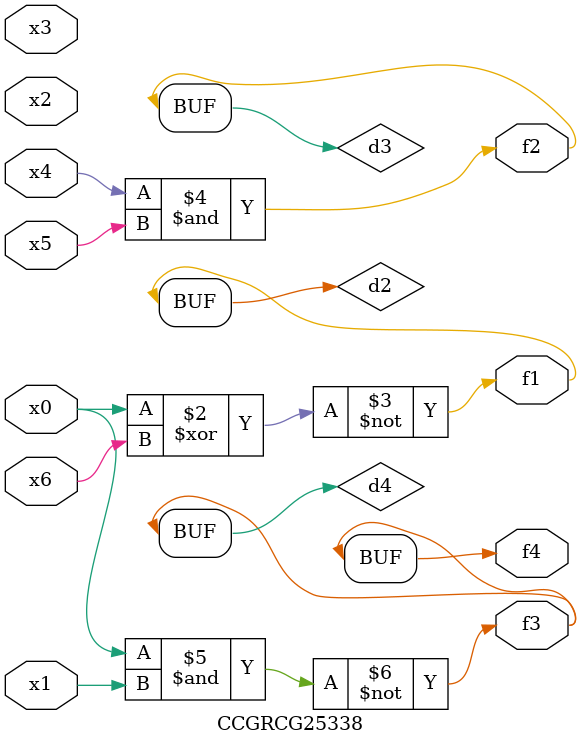
<source format=v>
module CCGRCG25338(
	input x0, x1, x2, x3, x4, x5, x6,
	output f1, f2, f3, f4
);

	wire d1, d2, d3, d4;

	nor (d1, x0);
	xnor (d2, x0, x6);
	and (d3, x4, x5);
	nand (d4, x0, x1);
	assign f1 = d2;
	assign f2 = d3;
	assign f3 = d4;
	assign f4 = d4;
endmodule

</source>
